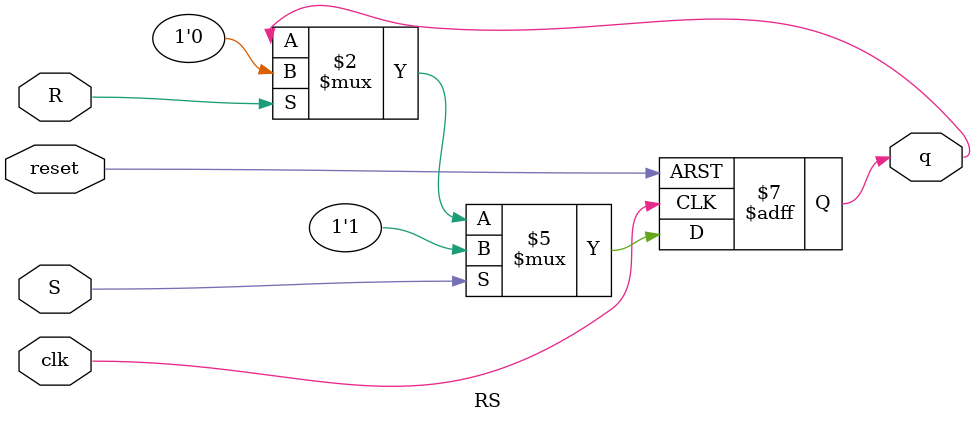
<source format=v>

`default_nettype none

module RS (
 input S,
 input R,
 input reset,
 input clk,
 output q
);
 
 //SR Flop
 
 reg q;
 
 always @(posedge clk or posedge reset)
 begin
   if(reset) q<=1'b0;
   else if (S) q<=1'b1;
   else if (R) q<=1'b0;
 end
   
   
endmodule

</source>
